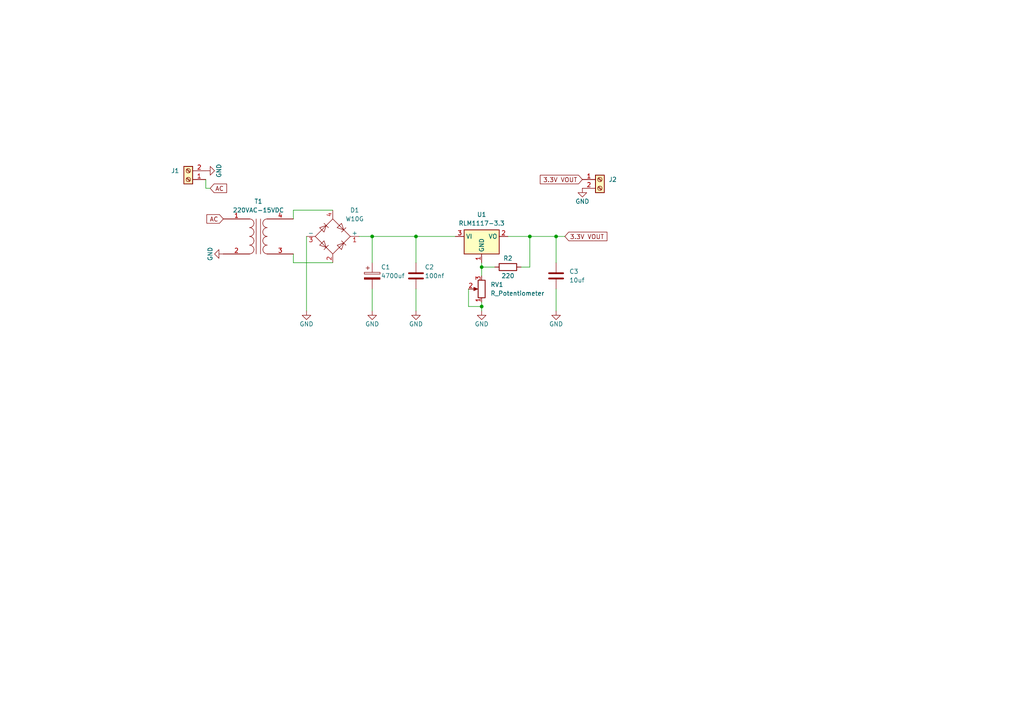
<source format=kicad_sch>
(kicad_sch (version 20230121) (generator eeschema)

  (uuid 440f3416-0eef-47cd-ab56-d323a310bd1c)

  (paper "A4")

  (lib_symbols
    (symbol "Connector:Screw_Terminal_01x02" (pin_names (offset 1.016) hide) (in_bom yes) (on_board yes)
      (property "Reference" "J" (at 0 2.54 0)
        (effects (font (size 1.27 1.27)))
      )
      (property "Value" "Screw_Terminal_01x02" (at 0 -5.08 0)
        (effects (font (size 1.27 1.27)))
      )
      (property "Footprint" "" (at 0 0 0)
        (effects (font (size 1.27 1.27)) hide)
      )
      (property "Datasheet" "~" (at 0 0 0)
        (effects (font (size 1.27 1.27)) hide)
      )
      (property "ki_keywords" "screw terminal" (at 0 0 0)
        (effects (font (size 1.27 1.27)) hide)
      )
      (property "ki_description" "Generic screw terminal, single row, 01x02, script generated (kicad-library-utils/schlib/autogen/connector/)" (at 0 0 0)
        (effects (font (size 1.27 1.27)) hide)
      )
      (property "ki_fp_filters" "TerminalBlock*:*" (at 0 0 0)
        (effects (font (size 1.27 1.27)) hide)
      )
      (symbol "Screw_Terminal_01x02_1_1"
        (rectangle (start -1.27 1.27) (end 1.27 -3.81)
          (stroke (width 0.254) (type default))
          (fill (type background))
        )
        (circle (center 0 -2.54) (radius 0.635)
          (stroke (width 0.1524) (type default))
          (fill (type none))
        )
        (polyline
          (pts
            (xy -0.5334 -2.2098)
            (xy 0.3302 -3.048)
          )
          (stroke (width 0.1524) (type default))
          (fill (type none))
        )
        (polyline
          (pts
            (xy -0.5334 0.3302)
            (xy 0.3302 -0.508)
          )
          (stroke (width 0.1524) (type default))
          (fill (type none))
        )
        (polyline
          (pts
            (xy -0.3556 -2.032)
            (xy 0.508 -2.8702)
          )
          (stroke (width 0.1524) (type default))
          (fill (type none))
        )
        (polyline
          (pts
            (xy -0.3556 0.508)
            (xy 0.508 -0.3302)
          )
          (stroke (width 0.1524) (type default))
          (fill (type none))
        )
        (circle (center 0 0) (radius 0.635)
          (stroke (width 0.1524) (type default))
          (fill (type none))
        )
        (pin passive line (at -5.08 0 0) (length 3.81)
          (name "Pin_1" (effects (font (size 1.27 1.27))))
          (number "1" (effects (font (size 1.27 1.27))))
        )
        (pin passive line (at -5.08 -2.54 0) (length 3.81)
          (name "Pin_2" (effects (font (size 1.27 1.27))))
          (number "2" (effects (font (size 1.27 1.27))))
        )
      )
    )
    (symbol "Device:C" (pin_numbers hide) (pin_names (offset 0.254)) (in_bom yes) (on_board yes)
      (property "Reference" "C" (at 0.635 2.54 0)
        (effects (font (size 1.27 1.27)) (justify left))
      )
      (property "Value" "C" (at 0.635 -2.54 0)
        (effects (font (size 1.27 1.27)) (justify left))
      )
      (property "Footprint" "" (at 0.9652 -3.81 0)
        (effects (font (size 1.27 1.27)) hide)
      )
      (property "Datasheet" "~" (at 0 0 0)
        (effects (font (size 1.27 1.27)) hide)
      )
      (property "ki_keywords" "cap capacitor" (at 0 0 0)
        (effects (font (size 1.27 1.27)) hide)
      )
      (property "ki_description" "Unpolarized capacitor" (at 0 0 0)
        (effects (font (size 1.27 1.27)) hide)
      )
      (property "ki_fp_filters" "C_*" (at 0 0 0)
        (effects (font (size 1.27 1.27)) hide)
      )
      (symbol "C_0_1"
        (polyline
          (pts
            (xy -2.032 -0.762)
            (xy 2.032 -0.762)
          )
          (stroke (width 0.508) (type default))
          (fill (type none))
        )
        (polyline
          (pts
            (xy -2.032 0.762)
            (xy 2.032 0.762)
          )
          (stroke (width 0.508) (type default))
          (fill (type none))
        )
      )
      (symbol "C_1_1"
        (pin passive line (at 0 3.81 270) (length 2.794)
          (name "~" (effects (font (size 1.27 1.27))))
          (number "1" (effects (font (size 1.27 1.27))))
        )
        (pin passive line (at 0 -3.81 90) (length 2.794)
          (name "~" (effects (font (size 1.27 1.27))))
          (number "2" (effects (font (size 1.27 1.27))))
        )
      )
    )
    (symbol "Device:C_Polarized" (pin_numbers hide) (pin_names (offset 0.254)) (in_bom yes) (on_board yes)
      (property "Reference" "C" (at 0.635 2.54 0)
        (effects (font (size 1.27 1.27)) (justify left))
      )
      (property "Value" "C_Polarized" (at 0.635 -2.54 0)
        (effects (font (size 1.27 1.27)) (justify left))
      )
      (property "Footprint" "" (at 0.9652 -3.81 0)
        (effects (font (size 1.27 1.27)) hide)
      )
      (property "Datasheet" "~" (at 0 0 0)
        (effects (font (size 1.27 1.27)) hide)
      )
      (property "ki_keywords" "cap capacitor" (at 0 0 0)
        (effects (font (size 1.27 1.27)) hide)
      )
      (property "ki_description" "Polarized capacitor" (at 0 0 0)
        (effects (font (size 1.27 1.27)) hide)
      )
      (property "ki_fp_filters" "CP_*" (at 0 0 0)
        (effects (font (size 1.27 1.27)) hide)
      )
      (symbol "C_Polarized_0_1"
        (rectangle (start -2.286 0.508) (end 2.286 1.016)
          (stroke (width 0) (type default))
          (fill (type none))
        )
        (polyline
          (pts
            (xy -1.778 2.286)
            (xy -0.762 2.286)
          )
          (stroke (width 0) (type default))
          (fill (type none))
        )
        (polyline
          (pts
            (xy -1.27 2.794)
            (xy -1.27 1.778)
          )
          (stroke (width 0) (type default))
          (fill (type none))
        )
        (rectangle (start 2.286 -0.508) (end -2.286 -1.016)
          (stroke (width 0) (type default))
          (fill (type outline))
        )
      )
      (symbol "C_Polarized_1_1"
        (pin passive line (at 0 3.81 270) (length 2.794)
          (name "~" (effects (font (size 1.27 1.27))))
          (number "1" (effects (font (size 1.27 1.27))))
        )
        (pin passive line (at 0 -3.81 90) (length 2.794)
          (name "~" (effects (font (size 1.27 1.27))))
          (number "2" (effects (font (size 1.27 1.27))))
        )
      )
    )
    (symbol "Device:R" (pin_numbers hide) (pin_names (offset 0)) (in_bom yes) (on_board yes)
      (property "Reference" "R" (at 2.032 0 90)
        (effects (font (size 1.27 1.27)))
      )
      (property "Value" "R" (at 0 0 90)
        (effects (font (size 1.27 1.27)))
      )
      (property "Footprint" "" (at -1.778 0 90)
        (effects (font (size 1.27 1.27)) hide)
      )
      (property "Datasheet" "~" (at 0 0 0)
        (effects (font (size 1.27 1.27)) hide)
      )
      (property "ki_keywords" "R res resistor" (at 0 0 0)
        (effects (font (size 1.27 1.27)) hide)
      )
      (property "ki_description" "Resistor" (at 0 0 0)
        (effects (font (size 1.27 1.27)) hide)
      )
      (property "ki_fp_filters" "R_*" (at 0 0 0)
        (effects (font (size 1.27 1.27)) hide)
      )
      (symbol "R_0_1"
        (rectangle (start -1.016 -2.54) (end 1.016 2.54)
          (stroke (width 0.254) (type default))
          (fill (type none))
        )
      )
      (symbol "R_1_1"
        (pin passive line (at 0 3.81 270) (length 1.27)
          (name "~" (effects (font (size 1.27 1.27))))
          (number "1" (effects (font (size 1.27 1.27))))
        )
        (pin passive line (at 0 -3.81 90) (length 1.27)
          (name "~" (effects (font (size 1.27 1.27))))
          (number "2" (effects (font (size 1.27 1.27))))
        )
      )
    )
    (symbol "Device:R_Potentiometer" (pin_names (offset 1.016) hide) (in_bom yes) (on_board yes)
      (property "Reference" "RV" (at -4.445 0 90)
        (effects (font (size 1.27 1.27)))
      )
      (property "Value" "R_Potentiometer" (at -2.54 0 90)
        (effects (font (size 1.27 1.27)))
      )
      (property "Footprint" "" (at 0 0 0)
        (effects (font (size 1.27 1.27)) hide)
      )
      (property "Datasheet" "~" (at 0 0 0)
        (effects (font (size 1.27 1.27)) hide)
      )
      (property "ki_keywords" "resistor variable" (at 0 0 0)
        (effects (font (size 1.27 1.27)) hide)
      )
      (property "ki_description" "Potentiometer" (at 0 0 0)
        (effects (font (size 1.27 1.27)) hide)
      )
      (property "ki_fp_filters" "Potentiometer*" (at 0 0 0)
        (effects (font (size 1.27 1.27)) hide)
      )
      (symbol "R_Potentiometer_0_1"
        (polyline
          (pts
            (xy 2.54 0)
            (xy 1.524 0)
          )
          (stroke (width 0) (type default))
          (fill (type none))
        )
        (polyline
          (pts
            (xy 1.143 0)
            (xy 2.286 0.508)
            (xy 2.286 -0.508)
            (xy 1.143 0)
          )
          (stroke (width 0) (type default))
          (fill (type outline))
        )
        (rectangle (start 1.016 2.54) (end -1.016 -2.54)
          (stroke (width 0.254) (type default))
          (fill (type none))
        )
      )
      (symbol "R_Potentiometer_1_1"
        (pin passive line (at 0 3.81 270) (length 1.27)
          (name "1" (effects (font (size 1.27 1.27))))
          (number "1" (effects (font (size 1.27 1.27))))
        )
        (pin passive line (at 3.81 0 180) (length 1.27)
          (name "2" (effects (font (size 1.27 1.27))))
          (number "2" (effects (font (size 1.27 1.27))))
        )
        (pin passive line (at 0 -3.81 90) (length 1.27)
          (name "3" (effects (font (size 1.27 1.27))))
          (number "3" (effects (font (size 1.27 1.27))))
        )
      )
    )
    (symbol "Device:Transformer_1P_1S" (pin_names (offset 1.016) hide) (in_bom yes) (on_board yes)
      (property "Reference" "T" (at 0 6.35 0)
        (effects (font (size 1.27 1.27)))
      )
      (property "Value" "Transformer_1P_1S" (at 0 -7.62 0)
        (effects (font (size 1.27 1.27)))
      )
      (property "Footprint" "" (at 0 0 0)
        (effects (font (size 1.27 1.27)) hide)
      )
      (property "Datasheet" "~" (at 0 0 0)
        (effects (font (size 1.27 1.27)) hide)
      )
      (property "ki_keywords" "transformer coil magnet" (at 0 0 0)
        (effects (font (size 1.27 1.27)) hide)
      )
      (property "ki_description" "Transformer, single primary, single secondary" (at 0 0 0)
        (effects (font (size 1.27 1.27)) hide)
      )
      (symbol "Transformer_1P_1S_0_1"
        (arc (start -2.54 -5.0546) (mid -1.6599 -4.6901) (end -1.27 -3.81)
          (stroke (width 0) (type default))
          (fill (type none))
        )
        (arc (start -2.54 -2.5146) (mid -1.6599 -2.1501) (end -1.27 -1.27)
          (stroke (width 0) (type default))
          (fill (type none))
        )
        (arc (start -2.54 0.0254) (mid -1.6599 0.3899) (end -1.27 1.27)
          (stroke (width 0) (type default))
          (fill (type none))
        )
        (arc (start -2.54 2.5654) (mid -1.6599 2.9299) (end -1.27 3.81)
          (stroke (width 0) (type default))
          (fill (type none))
        )
        (arc (start -1.27 -3.81) (mid -1.642 -2.912) (end -2.54 -2.54)
          (stroke (width 0) (type default))
          (fill (type none))
        )
        (arc (start -1.27 -1.27) (mid -1.642 -0.372) (end -2.54 0)
          (stroke (width 0) (type default))
          (fill (type none))
        )
        (arc (start -1.27 1.27) (mid -1.642 2.168) (end -2.54 2.54)
          (stroke (width 0) (type default))
          (fill (type none))
        )
        (arc (start -1.27 3.81) (mid -1.642 4.708) (end -2.54 5.08)
          (stroke (width 0) (type default))
          (fill (type none))
        )
        (polyline
          (pts
            (xy -0.635 5.08)
            (xy -0.635 -5.08)
          )
          (stroke (width 0) (type default))
          (fill (type none))
        )
        (polyline
          (pts
            (xy 0.635 -5.08)
            (xy 0.635 5.08)
          )
          (stroke (width 0) (type default))
          (fill (type none))
        )
        (arc (start 1.2954 -1.27) (mid 1.6599 -2.1501) (end 2.54 -2.5146)
          (stroke (width 0) (type default))
          (fill (type none))
        )
        (arc (start 1.2954 1.27) (mid 1.6599 0.3899) (end 2.54 0.0254)
          (stroke (width 0) (type default))
          (fill (type none))
        )
        (arc (start 1.2954 3.81) (mid 1.6599 2.9299) (end 2.54 2.5654)
          (stroke (width 0) (type default))
          (fill (type none))
        )
        (arc (start 1.3208 -3.81) (mid 1.6853 -4.6901) (end 2.5654 -5.0546)
          (stroke (width 0) (type default))
          (fill (type none))
        )
        (arc (start 2.54 0) (mid 1.642 -0.372) (end 1.2954 -1.27)
          (stroke (width 0) (type default))
          (fill (type none))
        )
        (arc (start 2.54 2.54) (mid 1.642 2.168) (end 1.2954 1.27)
          (stroke (width 0) (type default))
          (fill (type none))
        )
        (arc (start 2.54 5.08) (mid 1.642 4.708) (end 1.2954 3.81)
          (stroke (width 0) (type default))
          (fill (type none))
        )
        (arc (start 2.5654 -2.54) (mid 1.6674 -2.912) (end 1.3208 -3.81)
          (stroke (width 0) (type default))
          (fill (type none))
        )
      )
      (symbol "Transformer_1P_1S_1_1"
        (pin passive line (at -10.16 5.08 0) (length 7.62)
          (name "AA" (effects (font (size 1.27 1.27))))
          (number "1" (effects (font (size 1.27 1.27))))
        )
        (pin passive line (at -10.16 -5.08 0) (length 7.62)
          (name "AB" (effects (font (size 1.27 1.27))))
          (number "2" (effects (font (size 1.27 1.27))))
        )
        (pin passive line (at 10.16 -5.08 180) (length 7.62)
          (name "SA" (effects (font (size 1.27 1.27))))
          (number "3" (effects (font (size 1.27 1.27))))
        )
        (pin passive line (at 10.16 5.08 180) (length 7.62)
          (name "SB" (effects (font (size 1.27 1.27))))
          (number "4" (effects (font (size 1.27 1.27))))
        )
      )
    )
    (symbol "Diode_Bridge:W10G" (pin_names (offset 0)) (in_bom yes) (on_board yes)
      (property "Reference" "D" (at 2.54 6.985 0)
        (effects (font (size 1.27 1.27)) (justify left))
      )
      (property "Value" "W10G" (at 2.54 5.08 0)
        (effects (font (size 1.27 1.27)) (justify left))
      )
      (property "Footprint" "Diode_THT:Diode_Bridge_Round_D9.8mm" (at 3.81 3.175 0)
        (effects (font (size 1.27 1.27)) (justify left) hide)
      )
      (property "Datasheet" "https://www.vishay.com/docs/88769/woo5g.pdf" (at 0 0 0)
        (effects (font (size 1.27 1.27)) hide)
      )
      (property "ki_keywords" "Bridge Rectifier acdc" (at 0 0 0)
        (effects (font (size 1.27 1.27)) hide)
      )
      (property "ki_description" "Glass Passivated Single-Phase Bridge Rectifier, 700V Vrms, 1.5A If, WOG package" (at 0 0 0)
        (effects (font (size 1.27 1.27)) hide)
      )
      (property "ki_fp_filters" "D*Bridge*Round*D9.8mm*" (at 0 0 0)
        (effects (font (size 1.27 1.27)) hide)
      )
      (symbol "W10G_0_1"
        (polyline
          (pts
            (xy -2.54 3.81)
            (xy -1.27 2.54)
          )
          (stroke (width 0) (type default))
          (fill (type none))
        )
        (polyline
          (pts
            (xy -1.27 -2.54)
            (xy -2.54 -3.81)
          )
          (stroke (width 0) (type default))
          (fill (type none))
        )
        (polyline
          (pts
            (xy 2.54 -1.27)
            (xy 3.81 -2.54)
          )
          (stroke (width 0) (type default))
          (fill (type none))
        )
        (polyline
          (pts
            (xy 2.54 1.27)
            (xy 3.81 2.54)
          )
          (stroke (width 0) (type default))
          (fill (type none))
        )
        (polyline
          (pts
            (xy -3.81 2.54)
            (xy -2.54 1.27)
            (xy -1.905 3.175)
            (xy -3.81 2.54)
          )
          (stroke (width 0) (type default))
          (fill (type none))
        )
        (polyline
          (pts
            (xy -2.54 -1.27)
            (xy -3.81 -2.54)
            (xy -1.905 -3.175)
            (xy -2.54 -1.27)
          )
          (stroke (width 0) (type default))
          (fill (type none))
        )
        (polyline
          (pts
            (xy 1.27 2.54)
            (xy 2.54 3.81)
            (xy 3.175 1.905)
            (xy 1.27 2.54)
          )
          (stroke (width 0) (type default))
          (fill (type none))
        )
        (polyline
          (pts
            (xy 3.175 -1.905)
            (xy 1.27 -2.54)
            (xy 2.54 -3.81)
            (xy 3.175 -1.905)
          )
          (stroke (width 0) (type default))
          (fill (type none))
        )
        (polyline
          (pts
            (xy -5.08 0)
            (xy 0 -5.08)
            (xy 5.08 0)
            (xy 0 5.08)
            (xy -5.08 0)
          )
          (stroke (width 0) (type default))
          (fill (type none))
        )
      )
      (symbol "W10G_1_1"
        (pin passive line (at 7.62 0 180) (length 2.54)
          (name "+" (effects (font (size 1.27 1.27))))
          (number "1" (effects (font (size 1.27 1.27))))
        )
        (pin passive line (at 0 -7.62 90) (length 2.54)
          (name "~" (effects (font (size 1.27 1.27))))
          (number "2" (effects (font (size 1.27 1.27))))
        )
        (pin passive line (at -7.62 0 0) (length 2.54)
          (name "-" (effects (font (size 1.27 1.27))))
          (number "3" (effects (font (size 1.27 1.27))))
        )
        (pin passive line (at 0 7.62 270) (length 2.54)
          (name "~" (effects (font (size 1.27 1.27))))
          (number "4" (effects (font (size 1.27 1.27))))
        )
      )
    )
    (symbol "Regulator_Linear:LM1117DT-3.3" (in_bom yes) (on_board yes)
      (property "Reference" "U" (at -3.81 3.175 0)
        (effects (font (size 1.27 1.27)))
      )
      (property "Value" "LM1117DT-3.3" (at 0 3.175 0)
        (effects (font (size 1.27 1.27)) (justify left))
      )
      (property "Footprint" "Package_TO_SOT_SMD:TO-252-3_TabPin2" (at 0 0 0)
        (effects (font (size 1.27 1.27)) hide)
      )
      (property "Datasheet" "http://www.ti.com/lit/ds/symlink/lm1117.pdf" (at 0 0 0)
        (effects (font (size 1.27 1.27)) hide)
      )
      (property "ki_keywords" "linear regulator ldo fixed positive" (at 0 0 0)
        (effects (font (size 1.27 1.27)) hide)
      )
      (property "ki_description" "800mA Low-Dropout Linear Regulator, 3.3V fixed output, TO-252" (at 0 0 0)
        (effects (font (size 1.27 1.27)) hide)
      )
      (property "ki_fp_filters" "TO?252*" (at 0 0 0)
        (effects (font (size 1.27 1.27)) hide)
      )
      (symbol "LM1117DT-3.3_0_1"
        (rectangle (start -5.08 -5.08) (end 5.08 1.905)
          (stroke (width 0.254) (type default))
          (fill (type background))
        )
      )
      (symbol "LM1117DT-3.3_1_1"
        (pin power_in line (at 0 -7.62 90) (length 2.54)
          (name "GND" (effects (font (size 1.27 1.27))))
          (number "1" (effects (font (size 1.27 1.27))))
        )
        (pin power_out line (at 7.62 0 180) (length 2.54)
          (name "VO" (effects (font (size 1.27 1.27))))
          (number "2" (effects (font (size 1.27 1.27))))
        )
        (pin power_in line (at -7.62 0 0) (length 2.54)
          (name "VI" (effects (font (size 1.27 1.27))))
          (number "3" (effects (font (size 1.27 1.27))))
        )
      )
    )
    (symbol "power:GND" (power) (pin_names (offset 0)) (in_bom yes) (on_board yes)
      (property "Reference" "#PWR" (at 0 -6.35 0)
        (effects (font (size 1.27 1.27)) hide)
      )
      (property "Value" "GND" (at 0 -3.81 0)
        (effects (font (size 1.27 1.27)))
      )
      (property "Footprint" "" (at 0 0 0)
        (effects (font (size 1.27 1.27)) hide)
      )
      (property "Datasheet" "" (at 0 0 0)
        (effects (font (size 1.27 1.27)) hide)
      )
      (property "ki_keywords" "global power" (at 0 0 0)
        (effects (font (size 1.27 1.27)) hide)
      )
      (property "ki_description" "Power symbol creates a global label with name \"GND\" , ground" (at 0 0 0)
        (effects (font (size 1.27 1.27)) hide)
      )
      (symbol "GND_0_1"
        (polyline
          (pts
            (xy 0 0)
            (xy 0 -1.27)
            (xy 1.27 -1.27)
            (xy 0 -2.54)
            (xy -1.27 -1.27)
            (xy 0 -1.27)
          )
          (stroke (width 0) (type default))
          (fill (type none))
        )
      )
      (symbol "GND_1_1"
        (pin power_in line (at 0 0 270) (length 0) hide
          (name "GND" (effects (font (size 1.27 1.27))))
          (number "1" (effects (font (size 1.27 1.27))))
        )
      )
    )
  )

  (junction (at 107.95 68.58) (diameter 0) (color 0 0 0 0)
    (uuid 6db1f03a-9eaf-4840-99e3-f9cd07cd93ff)
  )
  (junction (at 161.29 68.58) (diameter 0) (color 0 0 0 0)
    (uuid a05e15c0-77d6-4af4-a85e-4ce5bbe0944e)
  )
  (junction (at 139.7 88.9) (diameter 0) (color 0 0 0 0)
    (uuid b6acb01f-85cb-452d-9907-3a73df04fac9)
  )
  (junction (at 139.7 77.47) (diameter 0) (color 0 0 0 0)
    (uuid b94a3659-fe43-4104-a362-bad5bc4feaaa)
  )
  (junction (at 153.67 68.58) (diameter 0) (color 0 0 0 0)
    (uuid e32cdbb9-7632-4165-ad1a-98a4ca3b3796)
  )
  (junction (at 120.65 68.58) (diameter 0) (color 0 0 0 0)
    (uuid ee932251-76fb-4724-b6f4-996f6cfebb6d)
  )

  (wire (pts (xy 161.29 76.2) (xy 161.29 68.58))
    (stroke (width 0) (type default))
    (uuid 00842508-60f0-41b1-85ea-cc8736793fdb)
  )
  (wire (pts (xy 147.32 68.58) (xy 153.67 68.58))
    (stroke (width 0) (type default))
    (uuid 09d69337-52d7-489c-ae25-9cc8281c17b3)
  )
  (wire (pts (xy 59.69 54.61) (xy 59.69 52.07))
    (stroke (width 0) (type default))
    (uuid 21e3a3d8-492f-4db3-acc5-99d2ecd2da8f)
  )
  (wire (pts (xy 161.29 68.58) (xy 163.83 68.58))
    (stroke (width 0) (type default))
    (uuid 24a1db0c-e914-4736-b95d-1b5de69f6a83)
  )
  (wire (pts (xy 135.89 83.82) (xy 135.89 88.9))
    (stroke (width 0) (type default))
    (uuid 342a657e-66b1-4099-a60e-f42488008246)
  )
  (wire (pts (xy 96.52 76.2) (xy 85.09 76.2))
    (stroke (width 0) (type default))
    (uuid 36d9ff7e-e11e-4035-9686-7ac0b5fbff04)
  )
  (wire (pts (xy 135.89 88.9) (xy 139.7 88.9))
    (stroke (width 0) (type default))
    (uuid 38157fd5-e3a2-4520-9a77-2f8e88dd16d6)
  )
  (wire (pts (xy 139.7 76.2) (xy 139.7 77.47))
    (stroke (width 0) (type default))
    (uuid 3c1dab88-2142-4f35-9291-080e5bede8de)
  )
  (wire (pts (xy 85.09 76.2) (xy 85.09 73.66))
    (stroke (width 0) (type default))
    (uuid 3f0750f2-b65f-4b21-9438-877fb8ae7197)
  )
  (wire (pts (xy 107.95 68.58) (xy 120.65 68.58))
    (stroke (width 0) (type default))
    (uuid 431b5b58-125a-4efc-94a6-aca2844cff64)
  )
  (wire (pts (xy 151.13 77.47) (xy 153.67 77.47))
    (stroke (width 0) (type default))
    (uuid 4678912a-7a2d-43ac-b6ee-57950f7335d6)
  )
  (wire (pts (xy 96.52 60.96) (xy 85.09 60.96))
    (stroke (width 0) (type default))
    (uuid 4cdbd281-540e-469b-9f1e-0121bdc7cc6e)
  )
  (wire (pts (xy 120.65 83.82) (xy 120.65 90.17))
    (stroke (width 0) (type default))
    (uuid 5f9486d5-1193-4d54-b3cd-08947f80168a)
  )
  (wire (pts (xy 153.67 68.58) (xy 161.29 68.58))
    (stroke (width 0) (type default))
    (uuid 67ba1ccb-ba19-4f1e-9289-1403a529dbe2)
  )
  (wire (pts (xy 104.14 68.58) (xy 107.95 68.58))
    (stroke (width 0) (type default))
    (uuid 6ace17d1-d5a6-4339-817d-d8e60d74da14)
  )
  (wire (pts (xy 139.7 87.63) (xy 139.7 88.9))
    (stroke (width 0) (type default))
    (uuid 9364fd6e-dcb2-4d85-b520-cc89fdadbf2d)
  )
  (wire (pts (xy 60.96 54.61) (xy 59.69 54.61))
    (stroke (width 0) (type default))
    (uuid 9489bd34-587d-447c-a750-3989049e1b66)
  )
  (wire (pts (xy 153.67 77.47) (xy 153.67 68.58))
    (stroke (width 0) (type default))
    (uuid 9dfcd997-b676-493a-b85d-2b320eddbcfb)
  )
  (wire (pts (xy 120.65 68.58) (xy 132.08 68.58))
    (stroke (width 0) (type default))
    (uuid ada4912c-fadf-4896-bf54-d7c0685c9afa)
  )
  (wire (pts (xy 139.7 77.47) (xy 139.7 80.01))
    (stroke (width 0) (type default))
    (uuid c1e3b293-a229-401a-b6a8-e7a4d1976fc4)
  )
  (wire (pts (xy 107.95 83.82) (xy 107.95 90.17))
    (stroke (width 0) (type default))
    (uuid c7fa76a0-721b-49d0-a482-e714c5b412a8)
  )
  (wire (pts (xy 161.29 83.82) (xy 161.29 90.17))
    (stroke (width 0) (type default))
    (uuid cbdcfc8c-758f-4184-a0d1-ffd9a89fee4b)
  )
  (wire (pts (xy 88.9 68.58) (xy 88.9 90.17))
    (stroke (width 0) (type default))
    (uuid d0f1f1a5-69e9-479d-b01b-d4d4568f0a93)
  )
  (wire (pts (xy 107.95 68.58) (xy 107.95 76.2))
    (stroke (width 0) (type default))
    (uuid d6b7f07d-cd89-4f35-b4d4-211cc9e3ac16)
  )
  (wire (pts (xy 139.7 77.47) (xy 143.51 77.47))
    (stroke (width 0) (type default))
    (uuid e1701ede-92fc-40f2-9be0-78efe4010f7c)
  )
  (wire (pts (xy 120.65 68.58) (xy 120.65 76.2))
    (stroke (width 0) (type default))
    (uuid e814d306-d7a6-4b95-b10a-af7f8ddd2d3a)
  )
  (wire (pts (xy 139.7 88.9) (xy 139.7 90.17))
    (stroke (width 0) (type default))
    (uuid ef48fc6a-4d84-4fef-a4a3-b2c8626b9889)
  )
  (wire (pts (xy 85.09 60.96) (xy 85.09 63.5))
    (stroke (width 0) (type default))
    (uuid fd39823e-a30e-48fb-9d39-88e10478e277)
  )

  (global_label "AC" (shape input) (at 60.96 54.61 0) (fields_autoplaced)
    (effects (font (size 1.27 1.27)) (justify left))
    (uuid 591804cc-b501-4f8d-ad1a-1037015c6894)
    (property "Intersheetrefs" "${INTERSHEET_REFS}" (at 66.2244 54.61 0)
      (effects (font (size 1.27 1.27)) (justify left) hide)
    )
  )
  (global_label "3.3V VOUT" (shape input) (at 163.83 68.58 0) (fields_autoplaced)
    (effects (font (size 1.27 1.27)) (justify left))
    (uuid 5e9ebde9-189b-47c6-a466-a3b9c16fec93)
    (property "Intersheetrefs" "${INTERSHEET_REFS}" (at 176.533 68.58 0)
      (effects (font (size 1.27 1.27)) (justify left) hide)
    )
  )
  (global_label "3.3V VOUT" (shape input) (at 168.91 52.07 180) (fields_autoplaced)
    (effects (font (size 1.27 1.27)) (justify right))
    (uuid b83a7c48-c35b-40f0-a2e8-2d273b52e2fc)
    (property "Intersheetrefs" "${INTERSHEET_REFS}" (at 156.207 52.07 0)
      (effects (font (size 1.27 1.27)) (justify right) hide)
    )
  )
  (global_label "AC" (shape input) (at 64.77 63.5 180) (fields_autoplaced)
    (effects (font (size 1.27 1.27)) (justify right))
    (uuid bb5a0391-bedd-4f2e-8124-5f49bdcd6ee6)
    (property "Intersheetrefs" "${INTERSHEET_REFS}" (at 59.5056 63.5 0)
      (effects (font (size 1.27 1.27)) (justify right) hide)
    )
  )

  (symbol (lib_id "Device:R_Potentiometer") (at 139.7 83.82 180) (unit 1)
    (in_bom yes) (on_board yes) (dnp no) (fields_autoplaced)
    (uuid 06255ed0-ff81-4fa3-9026-9602e3df6936)
    (property "Reference" "RV1" (at 142.24 82.55 0)
      (effects (font (size 1.27 1.27)) (justify right))
    )
    (property "Value" "R_Potentiometer" (at 142.24 85.09 0)
      (effects (font (size 1.27 1.27)) (justify right))
    )
    (property "Footprint" "Potentiometer_THT:Potentiometer_Vishay_T73YP_Vertical" (at 139.7 83.82 0)
      (effects (font (size 1.27 1.27)) hide)
    )
    (property "Datasheet" "~" (at 139.7 83.82 0)
      (effects (font (size 1.27 1.27)) hide)
    )
    (pin "1" (uuid 44765ea6-e66d-4684-b6b2-1fc3d1b708b5))
    (pin "2" (uuid ef7525f2-ad51-4ac0-b39d-ee722f6437d2))
    (pin "3" (uuid a0e11d9b-fda9-4f36-aa17-92fc8aaef556))
    (instances
      (project "fuente"
        (path "/440f3416-0eef-47cd-ab56-d323a310bd1c"
          (reference "RV1") (unit 1)
        )
      )
    )
  )

  (symbol (lib_id "power:GND") (at 59.69 49.53 90) (unit 1)
    (in_bom yes) (on_board yes) (dnp no)
    (uuid 1485dab7-279e-49ec-b6ce-3359e3aff113)
    (property "Reference" "#PWR07" (at 66.04 49.53 0)
      (effects (font (size 1.27 1.27)) hide)
    )
    (property "Value" "GND" (at 63.5 49.53 0)
      (effects (font (size 1.27 1.27)))
    )
    (property "Footprint" "" (at 59.69 49.53 0)
      (effects (font (size 1.27 1.27)) hide)
    )
    (property "Datasheet" "" (at 59.69 49.53 0)
      (effects (font (size 1.27 1.27)) hide)
    )
    (pin "1" (uuid d02f7e53-6dd6-4195-9ed0-a6e64c5b2de4))
    (instances
      (project "fuente"
        (path "/440f3416-0eef-47cd-ab56-d323a310bd1c"
          (reference "#PWR07") (unit 1)
        )
      )
    )
  )

  (symbol (lib_id "power:GND") (at 139.7 90.17 0) (unit 1)
    (in_bom yes) (on_board yes) (dnp no)
    (uuid 18606e61-550f-4290-ba9c-df9a31f1634b)
    (property "Reference" "#PWR04" (at 139.7 96.52 0)
      (effects (font (size 1.27 1.27)) hide)
    )
    (property "Value" "GND" (at 139.7 93.98 0)
      (effects (font (size 1.27 1.27)))
    )
    (property "Footprint" "" (at 139.7 90.17 0)
      (effects (font (size 1.27 1.27)) hide)
    )
    (property "Datasheet" "" (at 139.7 90.17 0)
      (effects (font (size 1.27 1.27)) hide)
    )
    (pin "1" (uuid e7141400-a3bf-428b-8303-71f4c79ad85e))
    (instances
      (project "fuente"
        (path "/440f3416-0eef-47cd-ab56-d323a310bd1c"
          (reference "#PWR04") (unit 1)
        )
      )
    )
  )

  (symbol (lib_id "Connector:Screw_Terminal_01x02") (at 54.61 52.07 180) (unit 1)
    (in_bom yes) (on_board yes) (dnp no)
    (uuid 404937eb-a51a-485b-ba8c-1e5bb521a550)
    (property "Reference" "J1" (at 50.8 49.53 0)
      (effects (font (size 1.27 1.27)))
    )
    (property "Value" "Screw_Terminal_01x02" (at 41.91 50.8 0)
      (effects (font (size 1.27 1.27)) hide)
    )
    (property "Footprint" "TerminalBlock:TerminalBlock_Altech_AK300-2_P5.00mm" (at 54.61 52.07 0)
      (effects (font (size 1.27 1.27)) hide)
    )
    (property "Datasheet" "~" (at 54.61 52.07 0)
      (effects (font (size 1.27 1.27)) hide)
    )
    (pin "1" (uuid 53f00d45-14d4-48d6-aee1-3d26d494d681))
    (pin "2" (uuid e4301c95-20c6-4f58-834f-4057e3f57100))
    (instances
      (project "fuente"
        (path "/440f3416-0eef-47cd-ab56-d323a310bd1c"
          (reference "J1") (unit 1)
        )
      )
    )
  )

  (symbol (lib_id "power:GND") (at 107.95 90.17 0) (unit 1)
    (in_bom yes) (on_board yes) (dnp no)
    (uuid 406312f5-1835-4ee5-bb40-75f76313afee)
    (property "Reference" "#PWR02" (at 107.95 96.52 0)
      (effects (font (size 1.27 1.27)) hide)
    )
    (property "Value" "GND" (at 107.95 93.98 0)
      (effects (font (size 1.27 1.27)))
    )
    (property "Footprint" "" (at 107.95 90.17 0)
      (effects (font (size 1.27 1.27)) hide)
    )
    (property "Datasheet" "" (at 107.95 90.17 0)
      (effects (font (size 1.27 1.27)) hide)
    )
    (pin "1" (uuid 006c1673-4f1f-4d29-9053-9f4734e5d530))
    (instances
      (project "fuente"
        (path "/440f3416-0eef-47cd-ab56-d323a310bd1c"
          (reference "#PWR02") (unit 1)
        )
      )
    )
  )

  (symbol (lib_id "Connector:Screw_Terminal_01x02") (at 173.99 52.07 0) (unit 1)
    (in_bom yes) (on_board yes) (dnp no) (fields_autoplaced)
    (uuid 456685d9-c0dc-4b83-97a9-aebc402d5064)
    (property "Reference" "J2" (at 176.53 52.07 0)
      (effects (font (size 1.27 1.27)) (justify left))
    )
    (property "Value" "Screw_Terminal_01x02" (at 176.53 54.61 0)
      (effects (font (size 1.27 1.27)) (justify left) hide)
    )
    (property "Footprint" "TerminalBlock:TerminalBlock_Altech_AK300-2_P5.00mm" (at 173.99 52.07 0)
      (effects (font (size 1.27 1.27)) hide)
    )
    (property "Datasheet" "~" (at 173.99 52.07 0)
      (effects (font (size 1.27 1.27)) hide)
    )
    (pin "1" (uuid 4f111d2b-b432-4f48-85fd-92ceb3153b19))
    (pin "2" (uuid c4b5a633-abfb-4b8e-803d-a8a6630a33f7))
    (instances
      (project "fuente"
        (path "/440f3416-0eef-47cd-ab56-d323a310bd1c"
          (reference "J2") (unit 1)
        )
      )
    )
  )

  (symbol (lib_id "Device:C") (at 161.29 80.01 0) (unit 1)
    (in_bom yes) (on_board yes) (dnp no) (fields_autoplaced)
    (uuid 55dd7631-80da-4529-ba06-52a8f92c9cdc)
    (property "Reference" "C3" (at 165.1 78.74 0)
      (effects (font (size 1.27 1.27)) (justify left))
    )
    (property "Value" "10uf" (at 165.1 81.28 0)
      (effects (font (size 1.27 1.27)) (justify left))
    )
    (property "Footprint" "Capacitor_THT:CP_Radial_Tantal_D8.0mm_P5.00mm" (at 162.2552 83.82 0)
      (effects (font (size 1.27 1.27)) hide)
    )
    (property "Datasheet" "~" (at 161.29 80.01 0)
      (effects (font (size 1.27 1.27)) hide)
    )
    (pin "1" (uuid 4584e29d-22c7-445c-b4b9-879924f1015f))
    (pin "2" (uuid 440bea25-9448-47b1-9bef-0955ef29d24c))
    (instances
      (project "fuente"
        (path "/440f3416-0eef-47cd-ab56-d323a310bd1c"
          (reference "C3") (unit 1)
        )
      )
    )
  )

  (symbol (lib_id "power:GND") (at 64.77 73.66 270) (unit 1)
    (in_bom yes) (on_board yes) (dnp no)
    (uuid 5cbecc1f-8e21-4100-9e53-d13a08d97f00)
    (property "Reference" "#PWR08" (at 58.42 73.66 0)
      (effects (font (size 1.27 1.27)) hide)
    )
    (property "Value" "GND" (at 60.96 73.66 0)
      (effects (font (size 1.27 1.27)))
    )
    (property "Footprint" "" (at 64.77 73.66 0)
      (effects (font (size 1.27 1.27)) hide)
    )
    (property "Datasheet" "" (at 64.77 73.66 0)
      (effects (font (size 1.27 1.27)) hide)
    )
    (pin "1" (uuid f619f03e-678f-46f7-9076-c5eb0d034f7d))
    (instances
      (project "fuente"
        (path "/440f3416-0eef-47cd-ab56-d323a310bd1c"
          (reference "#PWR08") (unit 1)
        )
      )
    )
  )

  (symbol (lib_id "Regulator_Linear:LM1117DT-3.3") (at 139.7 68.58 0) (unit 1)
    (in_bom yes) (on_board yes) (dnp no) (fields_autoplaced)
    (uuid 685832aa-51c2-41eb-a864-13cba374ca64)
    (property "Reference" "U1" (at 139.7 62.23 0)
      (effects (font (size 1.27 1.27)))
    )
    (property "Value" "RLM1117-3.3" (at 139.7 64.77 0)
      (effects (font (size 1.27 1.27)))
    )
    (property "Footprint" "Package_TO_SOT_THT:TO-220-3_Vertical" (at 139.7 68.58 0)
      (effects (font (size 1.27 1.27)) hide)
    )
    (property "Datasheet" "http://www.ti.com/lit/ds/symlink/lm1117.pdf" (at 139.7 68.58 0)
      (effects (font (size 1.27 1.27)) hide)
    )
    (pin "1" (uuid 314def0d-77b0-46f7-a946-3ab63e564c7d))
    (pin "2" (uuid 2a8ed282-d374-4c6c-95c1-96903e6a279a))
    (pin "3" (uuid 841d7cd2-0d97-423c-9794-f21a558b5343))
    (instances
      (project "fuente"
        (path "/440f3416-0eef-47cd-ab56-d323a310bd1c"
          (reference "U1") (unit 1)
        )
      )
    )
  )

  (symbol (lib_id "Device:R") (at 147.32 77.47 270) (unit 1)
    (in_bom yes) (on_board yes) (dnp no)
    (uuid 7a822305-6237-4cb1-980f-c2a65ae523b5)
    (property "Reference" "R2" (at 147.32 74.93 90)
      (effects (font (size 1.27 1.27)))
    )
    (property "Value" "220" (at 147.32 80.01 90)
      (effects (font (size 1.27 1.27)))
    )
    (property "Footprint" "Resistor_THT:R_Axial_DIN0309_L9.0mm_D3.2mm_P15.24mm_Horizontal" (at 147.32 75.692 90)
      (effects (font (size 1.27 1.27)) hide)
    )
    (property "Datasheet" "~" (at 147.32 77.47 0)
      (effects (font (size 1.27 1.27)) hide)
    )
    (pin "1" (uuid 9dd1c63c-5888-47fd-9456-5eaee07b4ee7))
    (pin "2" (uuid b31f0295-3d89-4e3f-a7a0-0e23f9eac9cc))
    (instances
      (project "fuente"
        (path "/440f3416-0eef-47cd-ab56-d323a310bd1c"
          (reference "R2") (unit 1)
        )
      )
    )
  )

  (symbol (lib_id "power:GND") (at 168.91 54.61 0) (unit 1)
    (in_bom yes) (on_board yes) (dnp no)
    (uuid 7aba7ab6-0be8-41e5-8321-4c0a19256f4c)
    (property "Reference" "#PWR06" (at 168.91 60.96 0)
      (effects (font (size 1.27 1.27)) hide)
    )
    (property "Value" "GND" (at 168.91 58.42 0)
      (effects (font (size 1.27 1.27)))
    )
    (property "Footprint" "" (at 168.91 54.61 0)
      (effects (font (size 1.27 1.27)) hide)
    )
    (property "Datasheet" "" (at 168.91 54.61 0)
      (effects (font (size 1.27 1.27)) hide)
    )
    (pin "1" (uuid 2ee74472-0e9e-4c58-bc69-e7b975bed45f))
    (instances
      (project "fuente"
        (path "/440f3416-0eef-47cd-ab56-d323a310bd1c"
          (reference "#PWR06") (unit 1)
        )
      )
    )
  )

  (symbol (lib_id "Diode_Bridge:W10G") (at 96.52 68.58 0) (unit 1)
    (in_bom yes) (on_board yes) (dnp no)
    (uuid 81db9ca2-242e-4f44-9924-b9170e016e8b)
    (property "Reference" "D1" (at 102.87 60.96 0)
      (effects (font (size 1.27 1.27)))
    )
    (property "Value" "W10G" (at 102.87 63.5 0)
      (effects (font (size 1.27 1.27)))
    )
    (property "Footprint" "Diode_THT:Diode_Bridge_Round_D9.8mm" (at 100.33 65.405 0)
      (effects (font (size 1.27 1.27)) (justify left) hide)
    )
    (property "Datasheet" "https://www.vishay.com/docs/88769/woo5g.pdf" (at 96.52 68.58 0)
      (effects (font (size 1.27 1.27)) hide)
    )
    (pin "1" (uuid e029800f-2997-468d-9155-0ff8ad4ffbdd))
    (pin "2" (uuid c781c2f4-874e-4cc2-9d47-51d963d14ca3))
    (pin "3" (uuid bbef223c-a77b-4099-9bf0-39665f6f1875))
    (pin "4" (uuid 01f5ac2c-169d-41c1-8de8-33d30c1329b4))
    (instances
      (project "fuente"
        (path "/440f3416-0eef-47cd-ab56-d323a310bd1c"
          (reference "D1") (unit 1)
        )
      )
    )
  )

  (symbol (lib_id "power:GND") (at 88.9 90.17 0) (unit 1)
    (in_bom yes) (on_board yes) (dnp no)
    (uuid ae5c6c70-2d02-45ce-af44-66a44c9f85ed)
    (property "Reference" "#PWR01" (at 88.9 96.52 0)
      (effects (font (size 1.27 1.27)) hide)
    )
    (property "Value" "GND" (at 88.9 93.98 0)
      (effects (font (size 1.27 1.27)))
    )
    (property "Footprint" "" (at 88.9 90.17 0)
      (effects (font (size 1.27 1.27)) hide)
    )
    (property "Datasheet" "" (at 88.9 90.17 0)
      (effects (font (size 1.27 1.27)) hide)
    )
    (pin "1" (uuid 5f17e210-df47-497a-8108-5419b0c03c64))
    (instances
      (project "fuente"
        (path "/440f3416-0eef-47cd-ab56-d323a310bd1c"
          (reference "#PWR01") (unit 1)
        )
      )
    )
  )

  (symbol (lib_id "Device:Transformer_1P_1S") (at 74.93 68.58 0) (unit 1)
    (in_bom yes) (on_board yes) (dnp no) (fields_autoplaced)
    (uuid cb121286-5f03-47e5-a093-86da32e0e9db)
    (property "Reference" "T1" (at 74.9427 58.42 0)
      (effects (font (size 1.27 1.27)))
    )
    (property "Value" "220VAC-15VDC" (at 74.9427 60.96 0)
      (effects (font (size 1.27 1.27)))
    )
    (property "Footprint" "Transformer_THT:Transformer_NF_ETAL_P3324" (at 74.93 68.58 0)
      (effects (font (size 1.27 1.27)) hide)
    )
    (property "Datasheet" "~" (at 74.93 68.58 0)
      (effects (font (size 1.27 1.27)) hide)
    )
    (pin "1" (uuid 0211d7f6-7e4f-4c5b-bbc0-2620b0fd6e4d))
    (pin "2" (uuid c7039c5a-de8b-4285-a5ab-a8f00e8542c3))
    (pin "3" (uuid e5b4e4ad-387a-4e8c-b9f2-7da13b986a94))
    (pin "4" (uuid 297bcb14-90b7-4bc2-8aaf-81c180233ff7))
    (instances
      (project "fuente"
        (path "/440f3416-0eef-47cd-ab56-d323a310bd1c"
          (reference "T1") (unit 1)
        )
      )
    )
  )

  (symbol (lib_id "power:GND") (at 161.29 90.17 0) (unit 1)
    (in_bom yes) (on_board yes) (dnp no)
    (uuid df8dd684-3679-4b99-8e32-d87bf6de253a)
    (property "Reference" "#PWR05" (at 161.29 96.52 0)
      (effects (font (size 1.27 1.27)) hide)
    )
    (property "Value" "GND" (at 161.29 93.98 0)
      (effects (font (size 1.27 1.27)))
    )
    (property "Footprint" "" (at 161.29 90.17 0)
      (effects (font (size 1.27 1.27)) hide)
    )
    (property "Datasheet" "" (at 161.29 90.17 0)
      (effects (font (size 1.27 1.27)) hide)
    )
    (pin "1" (uuid cc94c69c-29ec-4ba9-b52d-b2d5714f600f))
    (instances
      (project "fuente"
        (path "/440f3416-0eef-47cd-ab56-d323a310bd1c"
          (reference "#PWR05") (unit 1)
        )
      )
    )
  )

  (symbol (lib_id "power:GND") (at 120.65 90.17 0) (unit 1)
    (in_bom yes) (on_board yes) (dnp no)
    (uuid e4db7f3f-d7a7-4cac-b770-f9df625d8f4b)
    (property "Reference" "#PWR03" (at 120.65 96.52 0)
      (effects (font (size 1.27 1.27)) hide)
    )
    (property "Value" "GND" (at 120.65 93.98 0)
      (effects (font (size 1.27 1.27)))
    )
    (property "Footprint" "" (at 120.65 90.17 0)
      (effects (font (size 1.27 1.27)) hide)
    )
    (property "Datasheet" "" (at 120.65 90.17 0)
      (effects (font (size 1.27 1.27)) hide)
    )
    (pin "1" (uuid 5a80da3d-8f6c-4c3a-b4da-6c8bf20ebca6))
    (instances
      (project "fuente"
        (path "/440f3416-0eef-47cd-ab56-d323a310bd1c"
          (reference "#PWR03") (unit 1)
        )
      )
    )
  )

  (symbol (lib_id "Device:C") (at 120.65 80.01 0) (unit 1)
    (in_bom yes) (on_board yes) (dnp no)
    (uuid ee8f58fb-78c6-424c-8950-24a79a0ecd56)
    (property "Reference" "C2" (at 123.19 77.47 0)
      (effects (font (size 1.27 1.27)) (justify left))
    )
    (property "Value" "100nf" (at 123.19 80.01 0)
      (effects (font (size 1.27 1.27)) (justify left))
    )
    (property "Footprint" "Capacitor_THT:CP_Radial_Tantal_D8.0mm_P5.00mm" (at 121.6152 83.82 0)
      (effects (font (size 1.27 1.27)) hide)
    )
    (property "Datasheet" "~" (at 120.65 80.01 0)
      (effects (font (size 1.27 1.27)) hide)
    )
    (pin "1" (uuid 7e1bd4dd-5dbe-4603-a6c2-36dec1645332))
    (pin "2" (uuid 46eb5319-1ca5-4583-8645-a895935a234e))
    (instances
      (project "fuente"
        (path "/440f3416-0eef-47cd-ab56-d323a310bd1c"
          (reference "C2") (unit 1)
        )
      )
    )
  )

  (symbol (lib_id "Device:C_Polarized") (at 107.95 80.01 0) (unit 1)
    (in_bom yes) (on_board yes) (dnp no)
    (uuid f2364361-7ec5-43a8-9573-b493ba80a98b)
    (property "Reference" "C1" (at 110.49 77.47 0)
      (effects (font (size 1.27 1.27)) (justify left))
    )
    (property "Value" "4700uf" (at 110.49 80.01 0)
      (effects (font (size 1.27 1.27)) (justify left))
    )
    (property "Footprint" "Capacitor_THT:CP_Radial_D10.0mm_P5.00mm" (at 108.9152 83.82 0)
      (effects (font (size 1.27 1.27)) hide)
    )
    (property "Datasheet" "~" (at 107.95 80.01 0)
      (effects (font (size 1.27 1.27)) hide)
    )
    (pin "1" (uuid 4fac1f3d-3d4e-46b3-85dc-a134f6e11a63))
    (pin "2" (uuid a984e13e-f31a-4dcd-9c90-07e7a02fe9d2))
    (instances
      (project "fuente"
        (path "/440f3416-0eef-47cd-ab56-d323a310bd1c"
          (reference "C1") (unit 1)
        )
      )
    )
  )

  (sheet_instances
    (path "/" (page "1"))
  )
)

</source>
